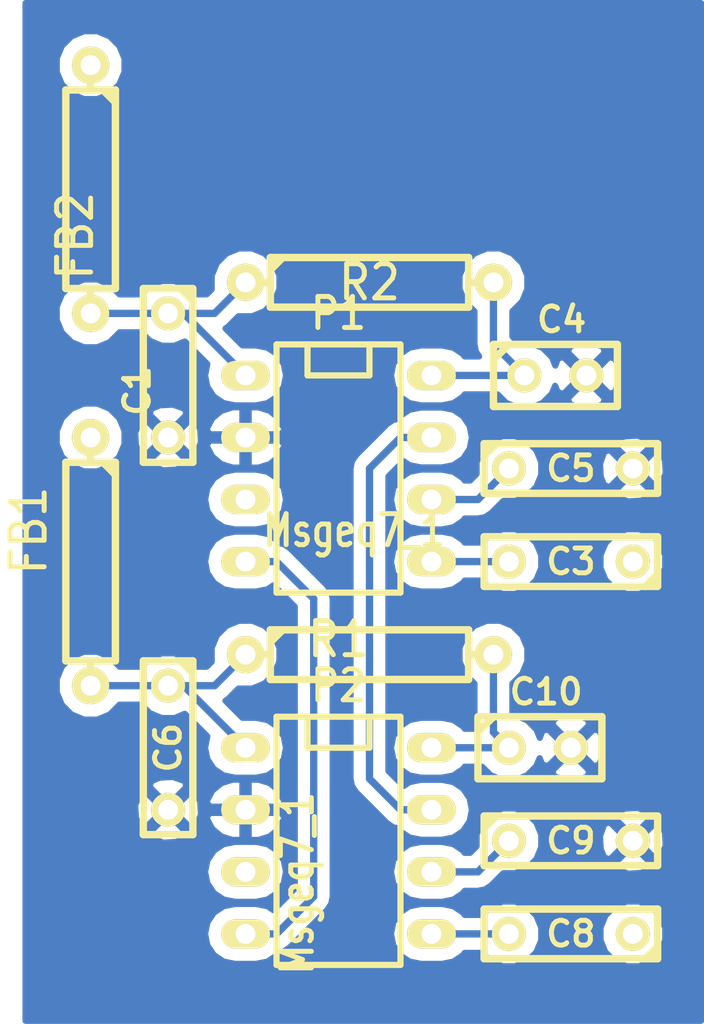
<source format=kicad_pcb>
(kicad_pcb (version 3) (host pcbnew "(2013-may-18)-stable")

  (general
    (links 24)
    (no_connects 1)
    (area 85.0599 20.963 112.793401 60.832055)
    (thickness 1.6)
    (drawings 0)
    (tracks 33)
    (zones 0)
    (modules 14)
    (nets 13)
  )

  (page A3)
  (layers
    (15 F.Cu signal)
    (0 B.Cu signal)
    (17 F.Adhes user)
    (19 F.Paste user)
    (21 F.SilkS user)
    (23 F.Mask user)
    (28 Edge.Cuts user)
  )

  (setup
    (last_trace_width 0.3)
    (trace_clearance 0.3)
    (zone_clearance 0.5)
    (zone_45_only no)
    (trace_min 0.254)
    (segment_width 0.2)
    (edge_width 0.1)
    (via_size 0.889)
    (via_drill 0.635)
    (via_min_size 0.889)
    (via_min_drill 0.508)
    (uvia_size 0.508)
    (uvia_drill 0.127)
    (uvias_allowed no)
    (uvia_min_size 0.508)
    (uvia_min_drill 0.127)
    (pcb_text_width 0.3)
    (pcb_text_size 1.5 1.5)
    (mod_edge_width 0.15)
    (mod_text_size 1 1)
    (mod_text_width 0.15)
    (pad_size 1.2 2)
    (pad_drill 0.8128)
    (pad_to_mask_clearance 0)
    (aux_axis_origin 0 0)
    (visible_elements FFFFFFFF)
    (pcbplotparams
      (layerselection 10485761)
      (usegerberextensions false)
      (excludeedgelayer false)
      (linewidth 0.150000)
      (plotframeref false)
      (viasonmask false)
      (mode 1)
      (useauxorigin false)
      (hpglpennumber 1)
      (hpglpenspeed 20)
      (hpglpendiameter 15)
      (hpglpenoverlay 2)
      (psnegative false)
      (psa4output false)
      (plotreference true)
      (plotvalue true)
      (plotothertext true)
      (plotinvisibletext false)
      (padsonsilk false)
      (subtractmaskfromsilk false)
      (outputformat 5)
      (mirror false)
      (drillshape 1)
      (scaleselection 1)
      (outputdirectory output/))
  )

  (net 0 "")
  (net 1 /5V)
  (net 2 /RST)
  (net 3 /Strobe)
  (net 4 GND)
  (net 5 N-000001)
  (net 6 N-0000012)
  (net 7 N-0000013)
  (net 8 N-0000014)
  (net 9 N-0000015)
  (net 10 N-0000016)
  (net 11 N-000004)
  (net 12 N-000006)

  (net_class Default "This is the default net class."
    (clearance 0.3)
    (trace_width 0.3)
    (via_dia 0.889)
    (via_drill 0.635)
    (uvia_dia 0.508)
    (uvia_drill 0.127)
    (add_net "")
    (add_net /RST)
    (add_net /Strobe)
    (add_net N-000001)
    (add_net N-0000012)
    (add_net N-0000013)
    (add_net N-0000014)
    (add_net N-0000015)
    (add_net N-0000016)
    (add_net N-000004)
    (add_net N-000006)
  )

  (net_class pwr ""
    (clearance 0.5)
    (trace_width 0.5)
    (via_dia 0.889)
    (via_drill 0.635)
    (uvia_dia 0.508)
    (uvia_drill 0.127)
    (add_net /5V)
    (add_net GND)
  )

  (module DIP-8__300 (layer F.Cu) (tedit 564AF71D) (tstamp 5327518A)
    (at 99.06 38.735 270)
    (descr "8 pins DIL package, round pads")
    (tags DIL)
    (path /53274D25)
    (fp_text reference P1 (at -6.35 0 360) (layer F.SilkS)
      (effects (font (size 1.27 1.143) (thickness 0.2032)))
    )
    (fp_text value Msgeq7_1 (at 2.54 -0.635 360) (layer F.SilkS)
      (effects (font (size 1.27 1.016) (thickness 0.2032)))
    )
    (fp_line (start -5.08 -1.27) (end -3.81 -1.27) (layer F.SilkS) (width 0.254))
    (fp_line (start -3.81 -1.27) (end -3.81 1.27) (layer F.SilkS) (width 0.254))
    (fp_line (start -3.81 1.27) (end -5.08 1.27) (layer F.SilkS) (width 0.254))
    (fp_line (start -5.08 -2.54) (end 5.08 -2.54) (layer F.SilkS) (width 0.254))
    (fp_line (start 5.08 -2.54) (end 5.08 2.54) (layer F.SilkS) (width 0.254))
    (fp_line (start 5.08 2.54) (end -5.08 2.54) (layer F.SilkS) (width 0.254))
    (fp_line (start -5.08 2.54) (end -5.08 -2.54) (layer F.SilkS) (width 0.254))
    (pad 1 thru_hole oval (at -3.81 3.81 270) (size 1.2 2) (drill 0.8128)
      (layers *.Cu *.Mask F.SilkS)
      (net 9 N-0000015)
    )
    (pad 2 thru_hole oval (at -1.27 3.81 270) (size 1.2 2) (drill 0.8128)
      (layers *.Cu *.Mask F.SilkS)
      (net 4 GND)
    )
    (pad 3 thru_hole oval (at 1.27 3.81 270) (size 1.2 2) (drill 0.8128)
      (layers *.Cu *.Mask F.SilkS)
    )
    (pad 4 thru_hole oval (at 3.81 3.81 270) (size 1.2 2) (drill 0.8128)
      (layers *.Cu *.Mask F.SilkS)
      (net 3 /Strobe)
    )
    (pad 5 thru_hole oval (at 3.81 -3.81 270) (size 1.2 2) (drill 0.8128)
      (layers *.Cu *.Mask F.SilkS)
      (net 8 N-0000014)
    )
    (pad 6 thru_hole oval (at 1.27 -3.81 270) (size 1.2 2) (drill 0.8128)
      (layers *.Cu *.Mask F.SilkS)
      (net 7 N-0000013)
    )
    (pad 7 thru_hole oval (at -1.27 -3.81 270) (size 1.2 2) (drill 0.8128)
      (layers *.Cu *.Mask F.SilkS)
      (net 2 /RST)
    )
    (pad 8 thru_hole oval (at -3.81 -3.81 270) (size 1.2 2) (drill 0.8128)
      (layers *.Cu *.Mask F.SilkS)
      (net 10 N-0000016)
    )
    (model dil/dil_8.wrl
      (at (xyz 0 0 0))
      (scale (xyz 1 1 1))
      (rotate (xyz 0 0 0))
    )
  )

  (module C2 (layer F.Cu) (tedit 5616BC5C) (tstamp 53275195)
    (at 92.075 34.925 270)
    (descr "Condensateur = 2 pas")
    (tags C)
    (path /53274D44)
    (fp_text reference C1 (at 0.635 1.27 270) (layer F.SilkS)
      (effects (font (size 1.016 1.016) (thickness 0.2032)))
    )
    (fp_text value 100nF (at 0.635 0.635 360) (layer F.SilkS) hide
      (effects (font (size 1.016 1.016) (thickness 0.2032)))
    )
    (fp_line (start -3.556 -1.016) (end 3.556 -1.016) (layer F.SilkS) (width 0.3048))
    (fp_line (start 3.556 -1.016) (end 3.556 1.016) (layer F.SilkS) (width 0.3048))
    (fp_line (start 3.556 1.016) (end -3.556 1.016) (layer F.SilkS) (width 0.3048))
    (fp_line (start -3.556 1.016) (end -3.556 -1.016) (layer F.SilkS) (width 0.3048))
    (fp_line (start -3.556 -0.508) (end -3.048 -1.016) (layer F.SilkS) (width 0.3048))
    (pad 1 thru_hole circle (at -2.54 0 270) (size 1.397 1.397) (drill 0.8128)
      (layers *.Cu *.Mask F.SilkS)
      (net 9 N-0000015)
    )
    (pad 2 thru_hole circle (at 2.54 0 270) (size 1.397 1.397) (drill 0.8128)
      (layers *.Cu *.Mask F.SilkS)
      (net 4 GND)
    )
    (model discret/capa_2pas_5x5mm.wrl
      (at (xyz 0 0 0))
      (scale (xyz 1 1 1))
      (rotate (xyz 0 0 0))
    )
  )

  (module R4 (layer F.Cu) (tedit 564AFB9E) (tstamp 54E48899)
    (at 100.33 31.115)
    (descr "Resitance 4 pas")
    (tags R)
    (path /53274E5A)
    (autoplace_cost180 10)
    (fp_text reference R2 (at 0 0) (layer F.SilkS)
      (effects (font (size 1.397 1.27) (thickness 0.2032)))
    )
    (fp_text value 200K (at 0 -2.54) (layer F.SilkS) hide
      (effects (font (size 1.397 1.27) (thickness 0.2032)))
    )
    (fp_line (start -5.08 0) (end -4.064 0) (layer F.SilkS) (width 0.3048))
    (fp_line (start -4.064 0) (end -4.064 -1.016) (layer F.SilkS) (width 0.3048))
    (fp_line (start -4.064 -1.016) (end 4.064 -1.016) (layer F.SilkS) (width 0.3048))
    (fp_line (start 4.064 -1.016) (end 4.064 1.016) (layer F.SilkS) (width 0.3048))
    (fp_line (start 4.064 1.016) (end -4.064 1.016) (layer F.SilkS) (width 0.3048))
    (fp_line (start -4.064 1.016) (end -4.064 0) (layer F.SilkS) (width 0.3048))
    (fp_line (start -4.064 -0.508) (end -3.556 -1.016) (layer F.SilkS) (width 0.3048))
    (fp_line (start 5.08 0) (end 4.064 0) (layer F.SilkS) (width 0.3048))
    (pad 1 thru_hole circle (at -5.08 0) (size 1.524 1.524) (drill 0.8128)
      (layers *.Cu *.Mask F.SilkS)
      (net 9 N-0000015)
    )
    (pad 2 thru_hole circle (at 5.08 0) (size 1.524 1.524) (drill 0.8128)
      (layers *.Cu *.Mask F.SilkS)
      (net 10 N-0000016)
    )
    (model discret/resistor.wrl
      (at (xyz 0 0 0))
      (scale (xyz 0.4 0.4 0.4))
      (rotate (xyz 0 0 0))
    )
  )

  (module C1 (layer F.Cu) (tedit 3F92C496) (tstamp 532751A0)
    (at 107.95 34.925)
    (descr "Condensateur e = 1 pas")
    (tags C)
    (path /53274D57)
    (fp_text reference C4 (at 0.254 -2.286) (layer F.SilkS)
      (effects (font (size 1.016 1.016) (thickness 0.2032)))
    )
    (fp_text value 33pF (at 0 -2.286) (layer F.SilkS) hide
      (effects (font (size 1.016 1.016) (thickness 0.2032)))
    )
    (fp_line (start -2.4892 -1.27) (end 2.54 -1.27) (layer F.SilkS) (width 0.3048))
    (fp_line (start 2.54 -1.27) (end 2.54 1.27) (layer F.SilkS) (width 0.3048))
    (fp_line (start 2.54 1.27) (end -2.54 1.27) (layer F.SilkS) (width 0.3048))
    (fp_line (start -2.54 1.27) (end -2.54 -1.27) (layer F.SilkS) (width 0.3048))
    (fp_line (start -2.54 -0.635) (end -1.905 -1.27) (layer F.SilkS) (width 0.3048))
    (pad 1 thru_hole circle (at -1.27 0) (size 1.397 1.397) (drill 0.8128)
      (layers *.Cu *.Mask F.SilkS)
      (net 10 N-0000016)
    )
    (pad 2 thru_hole circle (at 1.27 0) (size 1.397 1.397) (drill 0.8128)
      (layers *.Cu *.Mask F.SilkS)
      (net 4 GND)
    )
    (model discret/capa_1_pas.wrl
      (at (xyz 0 0 0))
      (scale (xyz 1 1 1))
      (rotate (xyz 0 0 0))
    )
  )

  (module C2 (layer F.Cu) (tedit 200000) (tstamp 532751B6)
    (at 108.585 42.545 180)
    (descr "Condensateur = 2 pas")
    (tags C)
    (path /53274D6C)
    (fp_text reference C3 (at 0 0 180) (layer F.SilkS)
      (effects (font (size 1.016 1.016) (thickness 0.2032)))
    )
    (fp_text value 1uF (at 0 0 180) (layer F.SilkS) hide
      (effects (font (size 1.016 1.016) (thickness 0.2032)))
    )
    (fp_line (start -3.556 -1.016) (end 3.556 -1.016) (layer F.SilkS) (width 0.3048))
    (fp_line (start 3.556 -1.016) (end 3.556 1.016) (layer F.SilkS) (width 0.3048))
    (fp_line (start 3.556 1.016) (end -3.556 1.016) (layer F.SilkS) (width 0.3048))
    (fp_line (start -3.556 1.016) (end -3.556 -1.016) (layer F.SilkS) (width 0.3048))
    (fp_line (start -3.556 -0.508) (end -3.048 -1.016) (layer F.SilkS) (width 0.3048))
    (pad 1 thru_hole circle (at -2.54 0 180) (size 1.397 1.397) (drill 0.8128)
      (layers *.Cu *.Mask F.SilkS)
    )
    (pad 2 thru_hole circle (at 2.54 0 180) (size 1.397 1.397) (drill 0.8128)
      (layers *.Cu *.Mask F.SilkS)
      (net 8 N-0000014)
    )
    (model discret/capa_2pas_5x5mm.wrl
      (at (xyz 0 0 0))
      (scale (xyz 1 1 1))
      (rotate (xyz 0 0 0))
    )
  )

  (module C2 (layer F.Cu) (tedit 564AF8C1) (tstamp 5332EC16)
    (at 108.585 38.735)
    (descr "Condensateur = 2 pas")
    (tags C)
    (path /53274D51)
    (fp_text reference C5 (at 0 0) (layer F.SilkS)
      (effects (font (size 1.016 1.016) (thickness 0.2032)))
    )
    (fp_text value 100nF (at 0 0) (layer F.SilkS) hide
      (effects (font (size 1.016 1.016) (thickness 0.2032)))
    )
    (fp_line (start -3.556 -1.016) (end 3.556 -1.016) (layer F.SilkS) (width 0.3048))
    (fp_line (start 3.556 -1.016) (end 3.556 1.016) (layer F.SilkS) (width 0.3048))
    (fp_line (start 3.556 1.016) (end -3.556 1.016) (layer F.SilkS) (width 0.3048))
    (fp_line (start -3.556 1.016) (end -3.556 -1.016) (layer F.SilkS) (width 0.3048))
    (fp_line (start -3.556 -0.508) (end -3.048 -1.016) (layer F.SilkS) (width 0.3048))
    (pad 1 thru_hole circle (at -2.54 0) (size 1.397 1.397) (drill 0.8128)
      (layers *.Cu *.Mask F.SilkS)
      (net 7 N-0000013)
    )
    (pad 2 thru_hole circle (at 2.54 0) (size 1.397 1.397) (drill 0.8128)
      (layers *.Cu *.Mask F.SilkS)
      (net 4 GND)
    )
    (model discret/capa_2pas_5x5mm.wrl
      (at (xyz 0 0 0))
      (scale (xyz 1 1 1))
      (rotate (xyz 0 0 0))
    )
  )

  (module R4 (layer F.Cu) (tedit 564AF737) (tstamp 5616BBC3)
    (at 88.9 27.305 270)
    (descr "Resitance 4 pas")
    (tags R)
    (path /5616B953)
    (autoplace_cost180 10)
    (fp_text reference FB2 (at 1.905 0.635 270) (layer F.SilkS)
      (effects (font (size 1.397 1.27) (thickness 0.2032)))
    )
    (fp_text value FILTER (at -0.635 -5.715 270) (layer F.SilkS) hide
      (effects (font (size 1.397 1.27) (thickness 0.2032)))
    )
    (fp_line (start -5.08 0) (end -4.064 0) (layer F.SilkS) (width 0.3048))
    (fp_line (start -4.064 0) (end -4.064 -1.016) (layer F.SilkS) (width 0.3048))
    (fp_line (start -4.064 -1.016) (end 4.064 -1.016) (layer F.SilkS) (width 0.3048))
    (fp_line (start 4.064 -1.016) (end 4.064 1.016) (layer F.SilkS) (width 0.3048))
    (fp_line (start 4.064 1.016) (end -4.064 1.016) (layer F.SilkS) (width 0.3048))
    (fp_line (start -4.064 1.016) (end -4.064 0) (layer F.SilkS) (width 0.3048))
    (fp_line (start -4.064 -0.508) (end -3.556 -1.016) (layer F.SilkS) (width 0.3048))
    (fp_line (start 5.08 0) (end 4.064 0) (layer F.SilkS) (width 0.3048))
    (pad 1 thru_hole circle (at -5.08 0 270) (size 1.524 1.524) (drill 0.8128)
      (layers *.Cu *.Mask F.SilkS)
      (net 1 /5V)
    )
    (pad 2 thru_hole circle (at 5.08 0 270) (size 1.524 1.524) (drill 0.8128)
      (layers *.Cu *.Mask F.SilkS)
      (net 9 N-0000015)
    )
    (model discret/resistor.wrl
      (at (xyz 0 0 0))
      (scale (xyz 0.4 0.4 0.4))
      (rotate (xyz 0 0 0))
    )
  )

  (module R4 (layer F.Cu) (tedit 564AF7AB) (tstamp 56485B93)
    (at 100.33 46.355)
    (descr "Resitance 4 pas")
    (tags R)
    (path /56485B25)
    (autoplace_cost180 10)
    (fp_text reference R1 (at -1.27 -0.635) (layer F.SilkS)
      (effects (font (size 1.397 1.27) (thickness 0.2032)))
    )
    (fp_text value 200K (at 1.27 -1.27) (layer F.SilkS) hide
      (effects (font (size 1.397 1.27) (thickness 0.2032)))
    )
    (fp_line (start -5.08 0) (end -4.064 0) (layer F.SilkS) (width 0.3048))
    (fp_line (start -4.064 0) (end -4.064 -1.016) (layer F.SilkS) (width 0.3048))
    (fp_line (start -4.064 -1.016) (end 4.064 -1.016) (layer F.SilkS) (width 0.3048))
    (fp_line (start 4.064 -1.016) (end 4.064 1.016) (layer F.SilkS) (width 0.3048))
    (fp_line (start 4.064 1.016) (end -4.064 1.016) (layer F.SilkS) (width 0.3048))
    (fp_line (start -4.064 1.016) (end -4.064 0) (layer F.SilkS) (width 0.3048))
    (fp_line (start -4.064 -0.508) (end -3.556 -1.016) (layer F.SilkS) (width 0.3048))
    (fp_line (start 5.08 0) (end 4.064 0) (layer F.SilkS) (width 0.3048))
    (pad 1 thru_hole circle (at -5.08 0) (size 1.524 1.524) (drill 0.8128)
      (layers *.Cu *.Mask F.SilkS)
      (net 6 N-0000012)
    )
    (pad 2 thru_hole circle (at 5.08 0) (size 1.524 1.524) (drill 0.8128)
      (layers *.Cu *.Mask F.SilkS)
      (net 11 N-000004)
    )
    (model discret/resistor.wrl
      (at (xyz 0 0 0))
      (scale (xyz 0.4 0.4 0.4))
      (rotate (xyz 0 0 0))
    )
  )

  (module R4 (layer F.Cu) (tedit 564ED102) (tstamp 56485BA1)
    (at 88.9 42.545 270)
    (descr "Resitance 4 pas")
    (tags R)
    (path /564AF623)
    (autoplace_cost180 10)
    (fp_text reference FB1 (at -1.27 2.54 270) (layer F.SilkS)
      (effects (font (size 1.397 1.27) (thickness 0.2032)))
    )
    (fp_text value FILTER (at 0 0.508 270) (layer F.SilkS) hide
      (effects (font (size 1.397 1.27) (thickness 0.2032)))
    )
    (fp_line (start -5.08 0) (end -4.064 0) (layer F.SilkS) (width 0.3048))
    (fp_line (start -4.064 0) (end -4.064 -1.016) (layer F.SilkS) (width 0.3048))
    (fp_line (start -4.064 -1.016) (end 4.064 -1.016) (layer F.SilkS) (width 0.3048))
    (fp_line (start 4.064 -1.016) (end 4.064 1.016) (layer F.SilkS) (width 0.3048))
    (fp_line (start 4.064 1.016) (end -4.064 1.016) (layer F.SilkS) (width 0.3048))
    (fp_line (start -4.064 1.016) (end -4.064 0) (layer F.SilkS) (width 0.3048))
    (fp_line (start -4.064 -0.508) (end -3.556 -1.016) (layer F.SilkS) (width 0.3048))
    (fp_line (start 5.08 0) (end 4.064 0) (layer F.SilkS) (width 0.3048))
    (pad 1 thru_hole circle (at -5.08 0 270) (size 1.524 1.524) (drill 0.8128)
      (layers *.Cu *.Mask F.SilkS)
      (net 1 /5V)
    )
    (pad 2 thru_hole circle (at 5.08 0 270) (size 1.524 1.524) (drill 0.8128)
      (layers *.Cu *.Mask F.SilkS)
      (net 6 N-0000012)
    )
    (model discret/resistor.wrl
      (at (xyz 0 0 0))
      (scale (xyz 0.4 0.4 0.4))
      (rotate (xyz 0 0 0))
    )
  )

  (module C2 (layer F.Cu) (tedit 200000) (tstamp 56485BAC)
    (at 92.075 50.165 270)
    (descr "Condensateur = 2 pas")
    (tags C)
    (path /56485B03)
    (fp_text reference C6 (at 0 0 270) (layer F.SilkS)
      (effects (font (size 1.016 1.016) (thickness 0.2032)))
    )
    (fp_text value 100nF (at 0 0 270) (layer F.SilkS) hide
      (effects (font (size 1.016 1.016) (thickness 0.2032)))
    )
    (fp_line (start -3.556 -1.016) (end 3.556 -1.016) (layer F.SilkS) (width 0.3048))
    (fp_line (start 3.556 -1.016) (end 3.556 1.016) (layer F.SilkS) (width 0.3048))
    (fp_line (start 3.556 1.016) (end -3.556 1.016) (layer F.SilkS) (width 0.3048))
    (fp_line (start -3.556 1.016) (end -3.556 -1.016) (layer F.SilkS) (width 0.3048))
    (fp_line (start -3.556 -0.508) (end -3.048 -1.016) (layer F.SilkS) (width 0.3048))
    (pad 1 thru_hole circle (at -2.54 0 270) (size 1.397 1.397) (drill 0.8128)
      (layers *.Cu *.Mask F.SilkS)
      (net 6 N-0000012)
    )
    (pad 2 thru_hole circle (at 2.54 0 270) (size 1.397 1.397) (drill 0.8128)
      (layers *.Cu *.Mask F.SilkS)
      (net 4 GND)
    )
    (model discret/capa_2pas_5x5mm.wrl
      (at (xyz 0 0 0))
      (scale (xyz 1 1 1))
      (rotate (xyz 0 0 0))
    )
  )

  (module C2 (layer F.Cu) (tedit 200000) (tstamp 56485BB7)
    (at 108.585 53.975)
    (descr "Condensateur = 2 pas")
    (tags C)
    (path /56485B09)
    (fp_text reference C9 (at 0 0) (layer F.SilkS)
      (effects (font (size 1.016 1.016) (thickness 0.2032)))
    )
    (fp_text value 100nF (at 0 0) (layer F.SilkS) hide
      (effects (font (size 1.016 1.016) (thickness 0.2032)))
    )
    (fp_line (start -3.556 -1.016) (end 3.556 -1.016) (layer F.SilkS) (width 0.3048))
    (fp_line (start 3.556 -1.016) (end 3.556 1.016) (layer F.SilkS) (width 0.3048))
    (fp_line (start 3.556 1.016) (end -3.556 1.016) (layer F.SilkS) (width 0.3048))
    (fp_line (start -3.556 1.016) (end -3.556 -1.016) (layer F.SilkS) (width 0.3048))
    (fp_line (start -3.556 -0.508) (end -3.048 -1.016) (layer F.SilkS) (width 0.3048))
    (pad 1 thru_hole circle (at -2.54 0) (size 1.397 1.397) (drill 0.8128)
      (layers *.Cu *.Mask F.SilkS)
      (net 5 N-000001)
    )
    (pad 2 thru_hole circle (at 2.54 0) (size 1.397 1.397) (drill 0.8128)
      (layers *.Cu *.Mask F.SilkS)
      (net 4 GND)
    )
    (model discret/capa_2pas_5x5mm.wrl
      (at (xyz 0 0 0))
      (scale (xyz 1 1 1))
      (rotate (xyz 0 0 0))
    )
  )

  (module C2 (layer F.Cu) (tedit 200000) (tstamp 56485BC2)
    (at 108.585 57.785 180)
    (descr "Condensateur = 2 pas")
    (tags C)
    (path /56485B15)
    (fp_text reference C8 (at 0 0 180) (layer F.SilkS)
      (effects (font (size 1.016 1.016) (thickness 0.2032)))
    )
    (fp_text value 1uF (at 0 0 180) (layer F.SilkS) hide
      (effects (font (size 1.016 1.016) (thickness 0.2032)))
    )
    (fp_line (start -3.556 -1.016) (end 3.556 -1.016) (layer F.SilkS) (width 0.3048))
    (fp_line (start 3.556 -1.016) (end 3.556 1.016) (layer F.SilkS) (width 0.3048))
    (fp_line (start 3.556 1.016) (end -3.556 1.016) (layer F.SilkS) (width 0.3048))
    (fp_line (start -3.556 1.016) (end -3.556 -1.016) (layer F.SilkS) (width 0.3048))
    (fp_line (start -3.556 -0.508) (end -3.048 -1.016) (layer F.SilkS) (width 0.3048))
    (pad 1 thru_hole circle (at -2.54 0 180) (size 1.397 1.397) (drill 0.8128)
      (layers *.Cu *.Mask F.SilkS)
    )
    (pad 2 thru_hole circle (at 2.54 0 180) (size 1.397 1.397) (drill 0.8128)
      (layers *.Cu *.Mask F.SilkS)
      (net 12 N-000006)
    )
    (model discret/capa_2pas_5x5mm.wrl
      (at (xyz 0 0 0))
      (scale (xyz 1 1 1))
      (rotate (xyz 0 0 0))
    )
  )

  (module C1 (layer F.Cu) (tedit 3F92C496) (tstamp 56485BD8)
    (at 107.315 50.165)
    (descr "Condensateur e = 1 pas")
    (tags C)
    (path /56485B0F)
    (fp_text reference C10 (at 0.254 -2.286) (layer F.SilkS)
      (effects (font (size 1.016 1.016) (thickness 0.2032)))
    )
    (fp_text value 33pF (at 0 -2.286) (layer F.SilkS) hide
      (effects (font (size 1.016 1.016) (thickness 0.2032)))
    )
    (fp_line (start -2.4892 -1.27) (end 2.54 -1.27) (layer F.SilkS) (width 0.3048))
    (fp_line (start 2.54 -1.27) (end 2.54 1.27) (layer F.SilkS) (width 0.3048))
    (fp_line (start 2.54 1.27) (end -2.54 1.27) (layer F.SilkS) (width 0.3048))
    (fp_line (start -2.54 1.27) (end -2.54 -1.27) (layer F.SilkS) (width 0.3048))
    (fp_line (start -2.54 -0.635) (end -1.905 -1.27) (layer F.SilkS) (width 0.3048))
    (pad 1 thru_hole circle (at -1.27 0) (size 1.397 1.397) (drill 0.8128)
      (layers *.Cu *.Mask F.SilkS)
      (net 11 N-000004)
    )
    (pad 2 thru_hole circle (at 1.27 0) (size 1.397 1.397) (drill 0.8128)
      (layers *.Cu *.Mask F.SilkS)
      (net 4 GND)
    )
    (model discret/capa_1_pas.wrl
      (at (xyz 0 0 0))
      (scale (xyz 1 1 1))
      (rotate (xyz 0 0 0))
    )
  )

  (module DIP-8__300 (layer F.Cu) (tedit 564ED0F4) (tstamp 532751C1)
    (at 99.06 53.975 270)
    (descr "8 pins DIL package, round pads")
    (tags DIL)
    (path /56485AFD)
    (fp_text reference P2 (at -6.35 0 360) (layer F.SilkS)
      (effects (font (size 1.27 1.143) (thickness 0.2032)))
    )
    (fp_text value Msgeq7_1 (at 1.7399 1.6891 270) (layer F.SilkS)
      (effects (font (size 1.27 1.016) (thickness 0.2032)))
    )
    (fp_line (start -5.08 -1.27) (end -3.81 -1.27) (layer F.SilkS) (width 0.254))
    (fp_line (start -3.81 -1.27) (end -3.81 1.27) (layer F.SilkS) (width 0.254))
    (fp_line (start -3.81 1.27) (end -5.08 1.27) (layer F.SilkS) (width 0.254))
    (fp_line (start -5.08 -2.54) (end 5.08 -2.54) (layer F.SilkS) (width 0.254))
    (fp_line (start 5.08 -2.54) (end 5.08 2.54) (layer F.SilkS) (width 0.254))
    (fp_line (start 5.08 2.54) (end -5.08 2.54) (layer F.SilkS) (width 0.254))
    (fp_line (start -5.08 2.54) (end -5.08 -2.54) (layer F.SilkS) (width 0.254))
    (pad 1 thru_hole oval (at -3.81 3.81 270) (size 1.2 2) (drill 0.8128)
      (layers *.Cu *.Mask F.SilkS)
      (net 6 N-0000012)
    )
    (pad 2 thru_hole oval (at -1.27 3.81 270) (size 1.2 2) (drill 0.8128)
      (layers *.Cu *.Mask F.SilkS)
      (net 4 GND)
    )
    (pad 3 thru_hole oval (at 1.27 3.81 270) (size 1.2 2) (drill 0.8128)
      (layers *.Cu *.Mask F.SilkS)
    )
    (pad 4 thru_hole oval (at 3.81 3.81 270) (size 1.2 2) (drill 0.8128)
      (layers *.Cu *.Mask F.SilkS)
      (net 3 /Strobe)
    )
    (pad 5 thru_hole oval (at 3.81 -3.81 270) (size 1.2 2) (drill 0.8128)
      (layers *.Cu *.Mask F.SilkS)
      (net 12 N-000006)
    )
    (pad 6 thru_hole oval (at 1.27 -3.81 270) (size 1.2 2) (drill 0.8128)
      (layers *.Cu *.Mask F.SilkS)
      (net 5 N-000001)
    )
    (pad 7 thru_hole oval (at -1.27 -3.81 270) (size 1.2 2) (drill 0.8128)
      (layers *.Cu *.Mask F.SilkS)
      (net 2 /RST)
    )
    (pad 8 thru_hole oval (at -3.81 -3.81 270) (size 1.2 2) (drill 0.8128)
      (layers *.Cu *.Mask F.SilkS)
      (net 11 N-000004)
    )
    (model dil/dil_8.wrl
      (at (xyz 0 0 0))
      (scale (xyz 1 1 1))
      (rotate (xyz 0 0 0))
    )
  )

  (segment (start 102.87 37.465) (end 101.6 37.465) (width 0.3) (layer B.Cu) (net 2))
  (segment (start 101.6 52.705) (end 102.87 52.705) (width 0.3) (layer B.Cu) (net 2) (tstamp 564AFCCF))
  (segment (start 100.33 51.435) (end 101.6 52.705) (width 0.3) (layer B.Cu) (net 2) (tstamp 564AFCCD))
  (segment (start 100.33 38.735) (end 100.33 51.435) (width 0.3) (layer B.Cu) (net 2) (tstamp 564AFCCB))
  (segment (start 101.6 37.465) (end 100.33 38.735) (width 0.3) (layer B.Cu) (net 2) (tstamp 564AFCC9))
  (segment (start 95.25 42.545) (end 96.52 42.545) (width 0.3) (layer B.Cu) (net 3))
  (segment (start 96.52 57.785) (end 95.25 57.785) (width 0.3) (layer B.Cu) (net 3) (tstamp 564AFCD9))
  (segment (start 98.044 56.261) (end 96.52 57.785) (width 0.3) (layer B.Cu) (net 3) (tstamp 564AFCD7))
  (segment (start 98.044 44.069) (end 98.044 56.261) (width 0.3) (layer B.Cu) (net 3) (tstamp 564AFCD5))
  (segment (start 96.52 42.545) (end 98.044 44.069) (width 0.3) (layer B.Cu) (net 3) (tstamp 564AFCD3))
  (segment (start 102.87 55.245) (end 104.775 55.245) (width 0.3) (layer B.Cu) (net 5))
  (segment (start 104.775 55.245) (end 106.045 53.975) (width 0.3) (layer B.Cu) (net 5) (tstamp 564AFCB4))
  (segment (start 92.075 47.625) (end 88.9 47.625) (width 0.3) (layer B.Cu) (net 6) (status C00000))
  (segment (start 92.075 47.625) (end 93.98 47.625) (width 0.3) (layer B.Cu) (net 6))
  (segment (start 93.98 47.625) (end 95.25 46.355) (width 0.3) (layer B.Cu) (net 6) (tstamp 564AFCC5))
  (segment (start 92.075 47.625) (end 92.71 47.625) (width 0.3) (layer B.Cu) (net 6))
  (segment (start 92.71 47.625) (end 95.25 50.165) (width 0.3) (layer B.Cu) (net 6) (tstamp 564AFB6A))
  (segment (start 102.87 40.005) (end 104.775 40.005) (width 0.3) (layer B.Cu) (net 7))
  (segment (start 104.775 40.005) (end 106.045 38.735) (width 0.3) (layer B.Cu) (net 7) (tstamp 564AFCA7))
  (segment (start 102.87 42.545) (end 106.045 42.545) (width 0.3) (layer B.Cu) (net 8))
  (segment (start 92.075 32.385) (end 92.71 32.385) (width 0.3) (layer B.Cu) (net 9))
  (segment (start 92.71 32.385) (end 95.25 34.925) (width 0.3) (layer B.Cu) (net 9) (tstamp 564AFCC2))
  (segment (start 92.075 32.385) (end 93.98 32.385) (width 0.3) (layer B.Cu) (net 9))
  (segment (start 93.98 32.385) (end 95.25 31.115) (width 0.3) (layer B.Cu) (net 9) (tstamp 564AFCBE))
  (segment (start 88.9 32.385) (end 92.075 32.385) (width 0.3) (layer B.Cu) (net 9))
  (segment (start 105.41 31.115) (end 105.41 33.655) (width 0.3) (layer B.Cu) (net 10))
  (segment (start 105.41 33.655) (end 106.68 34.925) (width 0.3) (layer B.Cu) (net 10) (tstamp 564AFCA2))
  (segment (start 102.87 34.925) (end 106.68 34.925) (width 0.3) (layer B.Cu) (net 10))
  (segment (start 105.41 46.355) (end 105.41 49.53) (width 0.3) (layer B.Cu) (net 11) (status 400000))
  (segment (start 105.41 49.53) (end 106.045 50.165) (width 0.3) (layer B.Cu) (net 11) (tstamp 564ED1AF) (status 800000))
  (segment (start 106.045 50.165) (end 102.87 50.165) (width 0.3) (layer B.Cu) (net 11))
  (segment (start 105.41 49.53) (end 106.045 50.165) (width 0.3) (layer B.Cu) (net 11) (tstamp 564AFCAE))
  (segment (start 102.87 57.785) (end 106.045 57.785) (width 0.3) (layer B.Cu) (net 12))

  (zone (net 4) (net_name GND) (layer B.Cu) (tstamp 564ED0C5) (hatch edge 0.508)
    (connect_pads (clearance 0.5))
    (min_thickness 0.254)
    (fill (arc_segments 16) (thermal_gap 0.508) (thermal_bridge_width 0.508))
    (polygon
      (pts
        (xy 86.106 19.558) (xy 86.106 61.468) (xy 114.046 61.468) (xy 114.046 19.558)
      )
    )
    (filled_polygon
      (pts
        (xy 113.919 61.341) (xy 112.470924 61.341) (xy 112.470924 54.16752) (xy 112.470924 38.92752) (xy 112.442146 38.397802)
        (xy 112.294798 38.042072) (xy 112.059186 37.980419) (xy 111.879581 38.160024) (xy 111.879581 37.800814) (xy 111.817928 37.565202)
        (xy 111.31752 37.389076) (xy 110.787802 37.417854) (xy 110.565924 37.509758) (xy 110.565924 35.11752) (xy 110.537146 34.587802)
        (xy 110.389798 34.232072) (xy 110.154186 34.170419) (xy 109.974581 34.350024) (xy 109.974581 33.990814) (xy 109.912928 33.755202)
        (xy 109.41252 33.579076) (xy 108.882802 33.607854) (xy 108.527072 33.755202) (xy 108.465419 33.990814) (xy 109.22 34.745395)
        (xy 109.974581 33.990814) (xy 109.974581 34.350024) (xy 109.399605 34.925) (xy 110.154186 35.679581) (xy 110.389798 35.617928)
        (xy 110.565924 35.11752) (xy 110.565924 37.509758) (xy 110.432072 37.565202) (xy 110.370419 37.800814) (xy 111.125 38.555395)
        (xy 111.879581 37.800814) (xy 111.879581 38.160024) (xy 111.304605 38.735) (xy 112.059186 39.489581) (xy 112.294798 39.427928)
        (xy 112.470924 38.92752) (xy 112.470924 54.16752) (xy 112.45073 53.795808) (xy 112.45073 42.282498) (xy 112.249359 41.795146)
        (xy 111.879581 41.42472) (xy 111.879581 39.669186) (xy 111.125 38.914605) (xy 110.945395 39.09421) (xy 110.945395 38.735)
        (xy 110.190814 37.980419) (xy 109.974581 38.037001) (xy 109.974581 35.859186) (xy 109.22 35.104605) (xy 109.040395 35.28421)
        (xy 109.040395 34.925) (xy 108.285814 34.170419) (xy 108.050202 34.232072) (xy 107.947936 34.522627) (xy 107.804359 34.175146)
        (xy 107.431816 33.801951) (xy 106.944815 33.599731) (xy 106.453145 33.599301) (xy 106.187 33.333156) (xy 106.187 32.296849)
        (xy 106.195777 32.293223) (xy 106.58685 31.902833) (xy 106.798758 31.392501) (xy 106.79924 30.839923) (xy 106.588223 30.329223)
        (xy 106.197833 29.93815) (xy 105.687501 29.726242) (xy 105.134923 29.72576) (xy 104.624223 29.936777) (xy 104.23315 30.327167)
        (xy 104.021242 30.837499) (xy 104.02076 31.390077) (xy 104.231777 31.900777) (xy 104.622167 32.29185) (xy 104.633 32.296348)
        (xy 104.633 33.655) (xy 104.692146 33.952345) (xy 104.822878 34.148) (xy 104.230044 34.148) (xy 104.169494 34.05738)
        (xy 103.771427 33.7914) (xy 103.301874 33.698) (xy 102.438126 33.698) (xy 101.968573 33.7914) (xy 101.570506 34.05738)
        (xy 101.304526 34.455447) (xy 101.211126 34.925) (xy 101.304526 35.394553) (xy 101.570506 35.79262) (xy 101.968573 36.0586)
        (xy 102.438126 36.152) (xy 103.301874 36.152) (xy 103.771427 36.0586) (xy 104.169494 35.79262) (xy 104.230044 35.702)
        (xy 105.582739 35.702) (xy 105.928184 36.048049) (xy 106.415185 36.250269) (xy 106.942502 36.25073) (xy 107.429854 36.049359)
        (xy 107.803049 35.676816) (xy 107.938988 35.349435) (xy 108.050202 35.617928) (xy 108.285814 35.679581) (xy 109.040395 34.925)
        (xy 109.040395 35.28421) (xy 108.465419 35.859186) (xy 108.527072 36.094798) (xy 109.02748 36.270924) (xy 109.557198 36.242146)
        (xy 109.912928 36.094798) (xy 109.974581 35.859186) (xy 109.974581 38.037001) (xy 109.955202 38.042072) (xy 109.779076 38.54248)
        (xy 109.807854 39.072198) (xy 109.955202 39.427928) (xy 110.190814 39.489581) (xy 110.945395 38.735) (xy 110.945395 39.09421)
        (xy 110.370419 39.669186) (xy 110.432072 39.904798) (xy 110.93248 40.080924) (xy 111.462198 40.052146) (xy 111.817928 39.904798)
        (xy 111.879581 39.669186) (xy 111.879581 41.42472) (xy 111.876816 41.421951) (xy 111.389815 41.219731) (xy 110.862498 41.21927)
        (xy 110.375146 41.420641) (xy 110.001951 41.793184) (xy 109.799731 42.280185) (xy 109.79927 42.807502) (xy 110.000641 43.294854)
        (xy 110.373184 43.668049) (xy 110.860185 43.870269) (xy 111.387502 43.87073) (xy 111.874854 43.669359) (xy 112.248049 43.296816)
        (xy 112.450269 42.809815) (xy 112.45073 42.282498) (xy 112.45073 53.795808) (xy 112.442146 53.637802) (xy 112.294798 53.282072)
        (xy 112.059186 53.220419) (xy 111.879581 53.400024) (xy 111.879581 53.040814) (xy 111.817928 52.805202) (xy 111.31752 52.629076)
        (xy 110.787802 52.657854) (xy 110.432072 52.805202) (xy 110.370419 53.040814) (xy 111.125 53.795395) (xy 111.879581 53.040814)
        (xy 111.879581 53.400024) (xy 111.304605 53.975) (xy 112.059186 54.729581) (xy 112.294798 54.667928) (xy 112.470924 54.16752)
        (xy 112.470924 61.341) (xy 112.45073 61.341) (xy 112.45073 57.522498) (xy 112.249359 57.035146) (xy 111.879581 56.66472)
        (xy 111.879581 54.909186) (xy 111.125 54.154605) (xy 110.945395 54.33421) (xy 110.945395 53.975) (xy 110.190814 53.220419)
        (xy 109.955202 53.282072) (xy 109.930924 53.35105) (xy 109.930924 50.35752) (xy 109.902146 49.827802) (xy 109.754798 49.472072)
        (xy 109.519186 49.410419) (xy 109.339581 49.590024) (xy 109.339581 49.230814) (xy 109.277928 48.995202) (xy 108.77752 48.819076)
        (xy 108.247802 48.847854) (xy 107.892072 48.995202) (xy 107.830419 49.230814) (xy 108.585 49.985395) (xy 109.339581 49.230814)
        (xy 109.339581 49.590024) (xy 108.764605 50.165) (xy 109.519186 50.919581) (xy 109.754798 50.857928) (xy 109.930924 50.35752)
        (xy 109.930924 53.35105) (xy 109.779076 53.78248) (xy 109.807854 54.312198) (xy 109.955202 54.667928) (xy 110.190814 54.729581)
        (xy 110.945395 53.975) (xy 110.945395 54.33421) (xy 110.370419 54.909186) (xy 110.432072 55.144798) (xy 110.93248 55.320924)
        (xy 111.462198 55.292146) (xy 111.817928 55.144798) (xy 111.879581 54.909186) (xy 111.879581 56.66472) (xy 111.876816 56.661951)
        (xy 111.389815 56.459731) (xy 110.862498 56.45927) (xy 110.375146 56.660641) (xy 110.001951 57.033184) (xy 109.799731 57.520185)
        (xy 109.79927 58.047502) (xy 110.000641 58.534854) (xy 110.373184 58.908049) (xy 110.860185 59.110269) (xy 111.387502 59.11073)
        (xy 111.874854 58.909359) (xy 112.248049 58.536816) (xy 112.450269 58.049815) (xy 112.45073 57.522498) (xy 112.45073 61.341)
        (xy 109.339581 61.341) (xy 109.339581 51.099186) (xy 108.585 50.344605) (xy 108.405395 50.52421) (xy 108.405395 50.165)
        (xy 107.650814 49.410419) (xy 107.415202 49.472072) (xy 107.37073 49.598424) (xy 107.37073 42.282498) (xy 107.37073 38.472498)
        (xy 107.169359 37.985146) (xy 106.796816 37.611951) (xy 106.309815 37.409731) (xy 105.782498 37.40927) (xy 105.295146 37.610641)
        (xy 104.921951 37.983184) (xy 104.719731 38.470185) (xy 104.719301 38.961854) (xy 104.453156 39.228) (xy 104.230044 39.228)
        (xy 104.169494 39.13738) (xy 103.771427 38.8714) (xy 103.301874 38.778) (xy 102.438126 38.778) (xy 101.968573 38.8714)
        (xy 101.570506 39.13738) (xy 101.304526 39.535447) (xy 101.211126 40.005) (xy 101.304526 40.474553) (xy 101.570506 40.87262)
        (xy 101.968573 41.1386) (xy 102.438126 41.232) (xy 103.301874 41.232) (xy 103.771427 41.1386) (xy 104.169494 40.87262)
        (xy 104.230044 40.782) (xy 104.775 40.782) (xy 105.072345 40.722854) (xy 105.324422 40.554422) (xy 105.818541 40.060302)
        (xy 106.307502 40.06073) (xy 106.794854 39.859359) (xy 107.168049 39.486816) (xy 107.370269 38.999815) (xy 107.37073 38.472498)
        (xy 107.37073 42.282498) (xy 107.169359 41.795146) (xy 106.796816 41.421951) (xy 106.309815 41.219731) (xy 105.782498 41.21927)
        (xy 105.295146 41.420641) (xy 104.947179 41.768) (xy 104.230044 41.768) (xy 104.169494 41.67738) (xy 103.771427 41.4114)
        (xy 103.301874 41.318) (xy 102.438126 41.318) (xy 101.968573 41.4114) (xy 101.570506 41.67738) (xy 101.304526 42.075447)
        (xy 101.211126 42.545) (xy 101.304526 43.014553) (xy 101.570506 43.41262) (xy 101.968573 43.6786) (xy 102.438126 43.772)
        (xy 103.301874 43.772) (xy 103.771427 43.6786) (xy 104.169494 43.41262) (xy 104.230044 43.322) (xy 104.947739 43.322)
        (xy 105.293184 43.668049) (xy 105.780185 43.870269) (xy 106.307502 43.87073) (xy 106.794854 43.669359) (xy 107.168049 43.296816)
        (xy 107.370269 42.809815) (xy 107.37073 42.282498) (xy 107.37073 49.598424) (xy 107.312936 49.762627) (xy 107.169359 49.415146)
        (xy 106.796816 49.041951) (xy 106.309815 48.839731) (xy 106.187 48.839623) (xy 106.187 47.536849) (xy 106.195777 47.533223)
        (xy 106.58685 47.142833) (xy 106.798758 46.632501) (xy 106.79924 46.079923) (xy 106.588223 45.569223) (xy 106.197833 45.17815)
        (xy 105.687501 44.966242) (xy 105.134923 44.96576) (xy 104.624223 45.176777) (xy 104.23315 45.567167) (xy 104.021242 46.077499)
        (xy 104.02076 46.630077) (xy 104.231777 47.140777) (xy 104.622167 47.53185) (xy 104.633 47.536348) (xy 104.633 49.388)
        (xy 104.230044 49.388) (xy 104.169494 49.29738) (xy 103.771427 49.0314) (xy 103.301874 48.938) (xy 102.438126 48.938)
        (xy 101.968573 49.0314) (xy 101.570506 49.29738) (xy 101.304526 49.695447) (xy 101.211126 50.165) (xy 101.304526 50.634553)
        (xy 101.570506 51.03262) (xy 101.968573 51.2986) (xy 102.438126 51.392) (xy 103.301874 51.392) (xy 103.771427 51.2986)
        (xy 104.169494 51.03262) (xy 104.230044 50.942) (xy 104.947739 50.942) (xy 105.293184 51.288049) (xy 105.780185 51.490269)
        (xy 106.307502 51.49073) (xy 106.794854 51.289359) (xy 107.168049 50.916816) (xy 107.303988 50.589435) (xy 107.415202 50.857928)
        (xy 107.650814 50.919581) (xy 108.405395 50.165) (xy 108.405395 50.52421) (xy 107.830419 51.099186) (xy 107.892072 51.334798)
        (xy 108.39248 51.510924) (xy 108.922198 51.482146) (xy 109.277928 51.334798) (xy 109.339581 51.099186) (xy 109.339581 61.341)
        (xy 107.37073 61.341) (xy 107.37073 57.522498) (xy 107.37073 53.712498) (xy 107.169359 53.225146) (xy 106.796816 52.851951)
        (xy 106.309815 52.649731) (xy 105.782498 52.64927) (xy 105.295146 52.850641) (xy 104.921951 53.223184) (xy 104.719731 53.710185)
        (xy 104.719301 54.201854) (xy 104.528874 54.392281) (xy 104.528874 52.705) (xy 104.435474 52.235447) (xy 104.169494 51.83738)
        (xy 103.771427 51.5714) (xy 103.301874 51.478) (xy 102.438126 51.478) (xy 101.968573 51.5714) (xy 101.726794 51.73295)
        (xy 101.107 51.113156) (xy 101.107 39.056844) (xy 101.726794 38.437049) (xy 101.968573 38.5986) (xy 102.438126 38.692)
        (xy 103.301874 38.692) (xy 103.771427 38.5986) (xy 104.169494 38.33262) (xy 104.435474 37.934553) (xy 104.528874 37.465)
        (xy 104.435474 36.995447) (xy 104.169494 36.59738) (xy 103.771427 36.3314) (xy 103.301874 36.238) (xy 102.438126 36.238)
        (xy 101.968573 36.3314) (xy 101.570506 36.59738) (xy 101.496153 36.708656) (xy 101.302655 36.747146) (xy 101.050578 36.915578)
        (xy 99.780578 38.185578) (xy 99.612146 38.437655) (xy 99.553 38.735) (xy 99.553 51.435) (xy 99.612146 51.732345)
        (xy 99.780578 51.984422) (xy 101.050578 53.254422) (xy 101.302655 53.422854) (xy 101.496153 53.461343) (xy 101.570506 53.57262)
        (xy 101.968573 53.8386) (xy 102.438126 53.932) (xy 103.301874 53.932) (xy 103.771427 53.8386) (xy 104.169494 53.57262)
        (xy 104.435474 53.174553) (xy 104.528874 52.705) (xy 104.528874 54.392281) (xy 104.453156 54.468) (xy 104.230044 54.468)
        (xy 104.169494 54.37738) (xy 103.771427 54.1114) (xy 103.301874 54.018) (xy 102.438126 54.018) (xy 101.968573 54.1114)
        (xy 101.570506 54.37738) (xy 101.304526 54.775447) (xy 101.211126 55.245) (xy 101.304526 55.714553) (xy 101.570506 56.11262)
        (xy 101.968573 56.3786) (xy 102.438126 56.472) (xy 103.301874 56.472) (xy 103.771427 56.3786) (xy 104.169494 56.11262)
        (xy 104.230044 56.022) (xy 104.775 56.022) (xy 105.072345 55.962854) (xy 105.324422 55.794422) (xy 105.818541 55.300302)
        (xy 106.307502 55.30073) (xy 106.794854 55.099359) (xy 107.168049 54.726816) (xy 107.370269 54.239815) (xy 107.37073 53.712498)
        (xy 107.37073 57.522498) (xy 107.169359 57.035146) (xy 106.796816 56.661951) (xy 106.309815 56.459731) (xy 105.782498 56.45927)
        (xy 105.295146 56.660641) (xy 104.947179 57.008) (xy 104.230044 57.008) (xy 104.169494 56.91738) (xy 103.771427 56.6514)
        (xy 103.301874 56.558) (xy 102.438126 56.558) (xy 101.968573 56.6514) (xy 101.570506 56.91738) (xy 101.304526 57.315447)
        (xy 101.211126 57.785) (xy 101.304526 58.254553) (xy 101.570506 58.65262) (xy 101.968573 58.9186) (xy 102.438126 59.012)
        (xy 103.301874 59.012) (xy 103.771427 58.9186) (xy 104.169494 58.65262) (xy 104.230044 58.562) (xy 104.947739 58.562)
        (xy 105.293184 58.908049) (xy 105.780185 59.110269) (xy 106.307502 59.11073) (xy 106.794854 58.909359) (xy 107.168049 58.536816)
        (xy 107.370269 58.049815) (xy 107.37073 57.522498) (xy 107.37073 61.341) (xy 98.821 61.341) (xy 98.821 56.261)
        (xy 98.821 44.069) (xy 98.761854 43.771655) (xy 98.593422 43.519578) (xy 97.069422 41.995578) (xy 96.908874 41.888303)
        (xy 96.908874 40.005) (xy 96.908874 34.925) (xy 96.815474 34.455447) (xy 96.549494 34.05738) (xy 96.151427 33.7914)
        (xy 95.681874 33.698) (xy 95.121844 33.698) (xy 94.426821 33.002977) (xy 94.529422 32.934422) (xy 94.963728 32.500115)
        (xy 94.972499 32.503758) (xy 95.525077 32.50424) (xy 96.035777 32.293223) (xy 96.42685 31.902833) (xy 96.638758 31.392501)
        (xy 96.63924 30.839923) (xy 96.428223 30.329223) (xy 96.037833 29.93815) (xy 95.527501 29.726242) (xy 94.974923 29.72576)
        (xy 94.464223 29.936777) (xy 94.07315 30.327167) (xy 93.861242 30.837499) (xy 93.86076 31.390077) (xy 93.865238 31.400917)
        (xy 93.658156 31.608) (xy 93.17226 31.608) (xy 92.826816 31.261951) (xy 92.339815 31.059731) (xy 91.812498 31.05927)
        (xy 91.325146 31.260641) (xy 90.977179 31.608) (xy 90.28924 31.608) (xy 90.28924 21.949923) (xy 90.078223 21.439223)
        (xy 89.687833 21.04815) (xy 89.177501 20.836242) (xy 88.624923 20.83576) (xy 88.114223 21.046777) (xy 87.72315 21.437167)
        (xy 87.511242 21.947499) (xy 87.51076 22.500077) (xy 87.721777 23.010777) (xy 88.112167 23.40185) (xy 88.622499 23.613758)
        (xy 89.175077 23.61424) (xy 89.685777 23.403223) (xy 90.07685 23.012833) (xy 90.288758 22.502501) (xy 90.28924 21.949923)
        (xy 90.28924 31.608) (xy 90.081849 31.608) (xy 90.078223 31.599223) (xy 89.687833 31.20815) (xy 89.177501 30.996242)
        (xy 88.624923 30.99576) (xy 88.114223 31.206777) (xy 87.72315 31.597167) (xy 87.511242 32.107499) (xy 87.51076 32.660077)
        (xy 87.721777 33.170777) (xy 88.112167 33.56185) (xy 88.622499 33.773758) (xy 89.175077 33.77424) (xy 89.685777 33.563223)
        (xy 90.07685 33.172833) (xy 90.081348 33.162) (xy 90.977739 33.162) (xy 91.323184 33.508049) (xy 91.810185 33.710269)
        (xy 92.337502 33.71073) (xy 92.761636 33.53548) (xy 93.684041 34.457885) (xy 93.591126 34.925) (xy 93.684526 35.394553)
        (xy 93.950506 35.79262) (xy 94.348573 36.0586) (xy 94.818126 36.152) (xy 95.681874 36.152) (xy 96.151427 36.0586)
        (xy 96.549494 35.79262) (xy 96.815474 35.394553) (xy 96.908874 34.925) (xy 96.908874 40.005) (xy 96.843461 39.676146)
        (xy 96.843461 37.782609) (xy 96.843461 37.147391) (xy 96.839592 37.109719) (xy 96.61308 36.681526) (xy 96.239947 36.37261)
        (xy 95.777 36.23) (xy 95.377 36.23) (xy 95.377 37.338) (xy 96.71873 37.338) (xy 96.843461 37.147391)
        (xy 96.843461 37.782609) (xy 96.71873 37.592) (xy 95.377 37.592) (xy 95.377 38.7) (xy 95.777 38.7)
        (xy 96.239947 38.55739) (xy 96.61308 38.248474) (xy 96.839592 37.820281) (xy 96.843461 37.782609) (xy 96.843461 39.676146)
        (xy 96.815474 39.535447) (xy 96.549494 39.13738) (xy 96.151427 38.8714) (xy 95.681874 38.778) (xy 95.123 38.778)
        (xy 95.123 38.7) (xy 95.123 37.592) (xy 95.123 37.338) (xy 95.123 36.23) (xy 94.723 36.23)
        (xy 94.260053 36.37261) (xy 93.88692 36.681526) (xy 93.660408 37.109719) (xy 93.656539 37.147391) (xy 93.78127 37.338)
        (xy 95.123 37.338) (xy 95.123 37.592) (xy 93.78127 37.592) (xy 93.656539 37.782609) (xy 93.660408 37.820281)
        (xy 93.88692 38.248474) (xy 94.260053 38.55739) (xy 94.723 38.7) (xy 95.123 38.7) (xy 95.123 38.778)
        (xy 94.818126 38.778) (xy 94.348573 38.8714) (xy 93.950506 39.13738) (xy 93.684526 39.535447) (xy 93.591126 40.005)
        (xy 93.684526 40.474553) (xy 93.950506 40.87262) (xy 94.348573 41.1386) (xy 94.818126 41.232) (xy 95.681874 41.232)
        (xy 96.151427 41.1386) (xy 96.549494 40.87262) (xy 96.815474 40.474553) (xy 96.908874 40.005) (xy 96.908874 41.888303)
        (xy 96.817345 41.827146) (xy 96.623846 41.788656) (xy 96.549494 41.67738) (xy 96.151427 41.4114) (xy 95.681874 41.318)
        (xy 94.818126 41.318) (xy 94.348573 41.4114) (xy 93.950506 41.67738) (xy 93.684526 42.075447) (xy 93.591126 42.545)
        (xy 93.684526 43.014553) (xy 93.950506 43.41262) (xy 94.348573 43.6786) (xy 94.818126 43.772) (xy 95.681874 43.772)
        (xy 96.151427 43.6786) (xy 96.393205 43.517049) (xy 97.267 44.390844) (xy 97.267 55.939156) (xy 96.908874 56.297281)
        (xy 96.908874 55.245) (xy 96.908874 50.165) (xy 96.815474 49.695447) (xy 96.549494 49.29738) (xy 96.151427 49.0314)
        (xy 95.681874 48.938) (xy 95.121844 48.938) (xy 94.426821 48.242977) (xy 94.529422 48.174422) (xy 94.963728 47.740115)
        (xy 94.972499 47.743758) (xy 95.525077 47.74424) (xy 96.035777 47.533223) (xy 96.42685 47.142833) (xy 96.638758 46.632501)
        (xy 96.63924 46.079923) (xy 96.428223 45.569223) (xy 96.037833 45.17815) (xy 95.527501 44.966242) (xy 94.974923 44.96576)
        (xy 94.464223 45.176777) (xy 94.07315 45.567167) (xy 93.861242 46.077499) (xy 93.86076 46.630077) (xy 93.865238 46.640917)
        (xy 93.658156 46.848) (xy 93.420924 46.848) (xy 93.420924 37.65752) (xy 93.392146 37.127802) (xy 93.244798 36.772072)
        (xy 93.009186 36.710419) (xy 92.829581 36.890024) (xy 92.829581 36.530814) (xy 92.767928 36.295202) (xy 92.26752 36.119076)
        (xy 91.737802 36.147854) (xy 91.382072 36.295202) (xy 91.320419 36.530814) (xy 92.075 37.285395) (xy 92.829581 36.530814)
        (xy 92.829581 36.890024) (xy 92.254605 37.465) (xy 93.009186 38.219581) (xy 93.244798 38.157928) (xy 93.420924 37.65752)
        (xy 93.420924 46.848) (xy 93.17226 46.848) (xy 92.829581 46.50472) (xy 92.829581 38.399186) (xy 92.075 37.644605)
        (xy 91.895395 37.82421) (xy 91.895395 37.465) (xy 91.140814 36.710419) (xy 90.905202 36.772072) (xy 90.729076 37.27248)
        (xy 90.757854 37.802198) (xy 90.905202 38.157928) (xy 91.140814 38.219581) (xy 91.895395 37.465) (xy 91.895395 37.82421)
        (xy 91.320419 38.399186) (xy 91.382072 38.634798) (xy 91.88248 38.810924) (xy 92.412198 38.782146) (xy 92.767928 38.634798)
        (xy 92.829581 38.399186) (xy 92.829581 46.50472) (xy 92.826816 46.501951) (xy 92.339815 46.299731) (xy 91.812498 46.29927)
        (xy 91.325146 46.500641) (xy 90.977179 46.848) (xy 90.28924 46.848) (xy 90.28924 37.189923) (xy 90.078223 36.679223)
        (xy 89.687833 36.28815) (xy 89.177501 36.076242) (xy 88.624923 36.07576) (xy 88.114223 36.286777) (xy 87.72315 36.677167)
        (xy 87.511242 37.187499) (xy 87.51076 37.740077) (xy 87.721777 38.250777) (xy 88.112167 38.64185) (xy 88.622499 38.853758)
        (xy 89.175077 38.85424) (xy 89.685777 38.643223) (xy 90.07685 38.252833) (xy 90.288758 37.742501) (xy 90.28924 37.189923)
        (xy 90.28924 46.848) (xy 90.081849 46.848) (xy 90.078223 46.839223) (xy 89.687833 46.44815) (xy 89.177501 46.236242)
        (xy 88.624923 46.23576) (xy 88.114223 46.446777) (xy 87.72315 46.837167) (xy 87.511242 47.347499) (xy 87.51076 47.900077)
        (xy 87.721777 48.410777) (xy 88.112167 48.80185) (xy 88.622499 49.013758) (xy 89.175077 49.01424) (xy 89.685777 48.803223)
        (xy 90.07685 48.412833) (xy 90.081348 48.402) (xy 90.977739 48.402) (xy 91.323184 48.748049) (xy 91.810185 48.950269)
        (xy 92.337502 48.95073) (xy 92.761636 48.77548) (xy 93.684041 49.697885) (xy 93.591126 50.165) (xy 93.684526 50.634553)
        (xy 93.950506 51.03262) (xy 94.348573 51.2986) (xy 94.818126 51.392) (xy 95.681874 51.392) (xy 96.151427 51.2986)
        (xy 96.549494 51.03262) (xy 96.815474 50.634553) (xy 96.908874 50.165) (xy 96.908874 55.245) (xy 96.843461 54.916146)
        (xy 96.843461 53.022609) (xy 96.843461 52.387391) (xy 96.839592 52.349719) (xy 96.61308 51.921526) (xy 96.239947 51.61261)
        (xy 95.777 51.47) (xy 95.377 51.47) (xy 95.377 52.578) (xy 96.71873 52.578) (xy 96.843461 52.387391)
        (xy 96.843461 53.022609) (xy 96.71873 52.832) (xy 95.377 52.832) (xy 95.377 53.94) (xy 95.777 53.94)
        (xy 96.239947 53.79739) (xy 96.61308 53.488474) (xy 96.839592 53.060281) (xy 96.843461 53.022609) (xy 96.843461 54.916146)
        (xy 96.815474 54.775447) (xy 96.549494 54.37738) (xy 96.151427 54.1114) (xy 95.681874 54.018) (xy 95.123 54.018)
        (xy 95.123 53.94) (xy 95.123 52.832) (xy 95.123 52.578) (xy 95.123 51.47) (xy 94.723 51.47)
        (xy 94.260053 51.61261) (xy 93.88692 51.921526) (xy 93.660408 52.349719) (xy 93.656539 52.387391) (xy 93.78127 52.578)
        (xy 95.123 52.578) (xy 95.123 52.832) (xy 93.78127 52.832) (xy 93.656539 53.022609) (xy 93.660408 53.060281)
        (xy 93.88692 53.488474) (xy 94.260053 53.79739) (xy 94.723 53.94) (xy 95.123 53.94) (xy 95.123 54.018)
        (xy 94.818126 54.018) (xy 94.348573 54.1114) (xy 93.950506 54.37738) (xy 93.684526 54.775447) (xy 93.591126 55.245)
        (xy 93.684526 55.714553) (xy 93.950506 56.11262) (xy 94.348573 56.3786) (xy 94.818126 56.472) (xy 95.681874 56.472)
        (xy 96.151427 56.3786) (xy 96.549494 56.11262) (xy 96.815474 55.714553) (xy 96.908874 55.245) (xy 96.908874 56.297281)
        (xy 96.393205 56.81295) (xy 96.151427 56.6514) (xy 95.681874 56.558) (xy 94.818126 56.558) (xy 94.348573 56.6514)
        (xy 93.950506 56.91738) (xy 93.684526 57.315447) (xy 93.591126 57.785) (xy 93.684526 58.254553) (xy 93.950506 58.65262)
        (xy 94.348573 58.9186) (xy 94.818126 59.012) (xy 95.681874 59.012) (xy 96.151427 58.9186) (xy 96.549494 58.65262)
        (xy 96.623846 58.541343) (xy 96.817345 58.502854) (xy 97.069422 58.334422) (xy 98.593422 56.810422) (xy 98.761854 56.558345)
        (xy 98.821 56.261) (xy 98.821 61.341) (xy 93.420924 61.341) (xy 93.420924 52.89752) (xy 93.392146 52.367802)
        (xy 93.244798 52.012072) (xy 93.009186 51.950419) (xy 92.829581 52.130024) (xy 92.829581 51.770814) (xy 92.767928 51.535202)
        (xy 92.26752 51.359076) (xy 91.737802 51.387854) (xy 91.382072 51.535202) (xy 91.320419 51.770814) (xy 92.075 52.525395)
        (xy 92.829581 51.770814) (xy 92.829581 52.130024) (xy 92.254605 52.705) (xy 93.009186 53.459581) (xy 93.244798 53.397928)
        (xy 93.420924 52.89752) (xy 93.420924 61.341) (xy 92.829581 61.341) (xy 92.829581 53.639186) (xy 92.075 52.884605)
        (xy 91.895395 53.06421) (xy 91.895395 52.705) (xy 91.140814 51.950419) (xy 90.905202 52.012072) (xy 90.729076 52.51248)
        (xy 90.757854 53.042198) (xy 90.905202 53.397928) (xy 91.140814 53.459581) (xy 91.895395 52.705) (xy 91.895395 53.06421)
        (xy 91.320419 53.639186) (xy 91.382072 53.874798) (xy 91.88248 54.050924) (xy 92.412198 54.022146) (xy 92.767928 53.874798)
        (xy 92.829581 53.639186) (xy 92.829581 61.341) (xy 86.233 61.341) (xy 86.233 19.685) (xy 113.919 19.685)
        (xy 113.919 61.341)
      )
    )
  )
)

</source>
